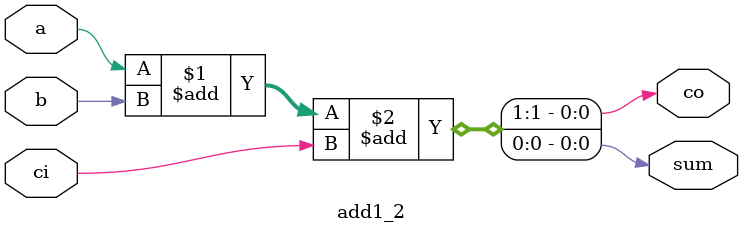
<source format=v>
module add1_2(a, b, ci, sum, co);
	input a, b, ci;
	output sum, co;
	assign {co,sum} = a + b + ci;
endmodule
</source>
